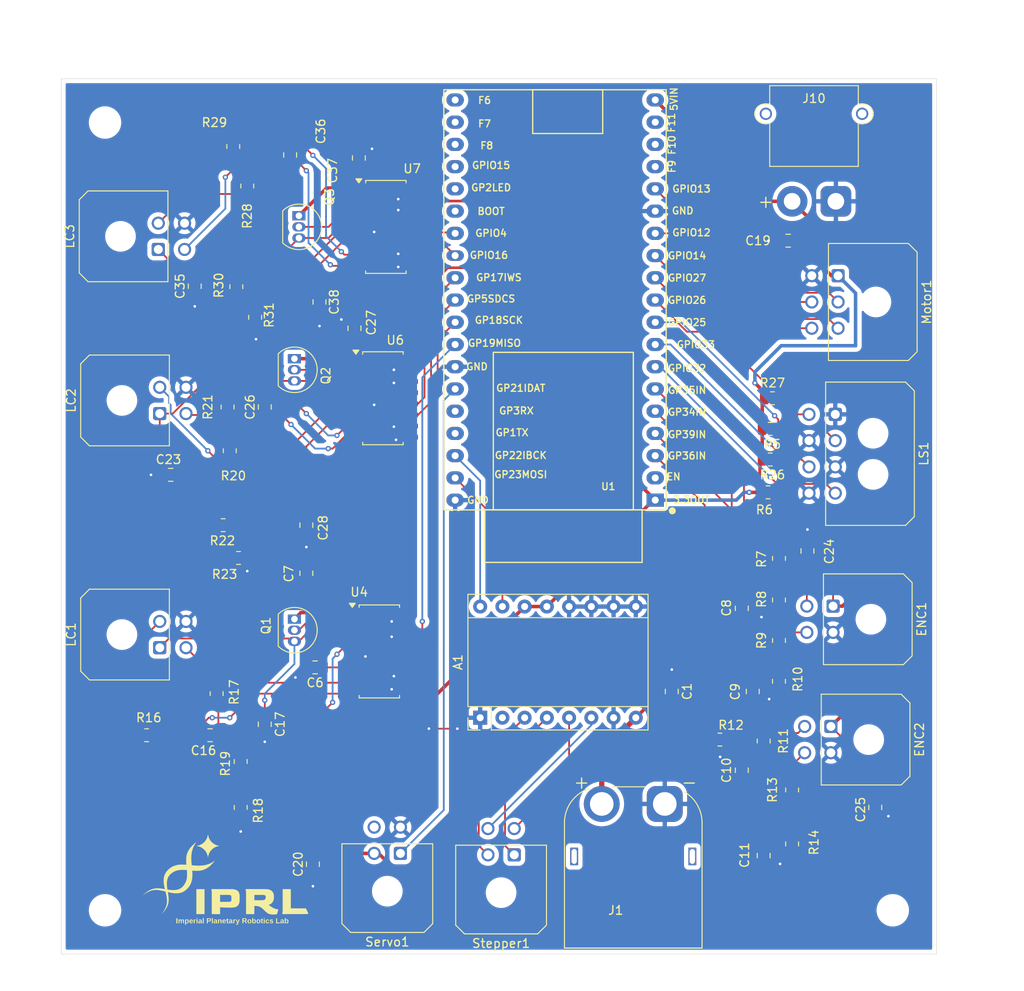
<source format=kicad_pcb>
(kicad_pcb (version 20241229) (generator "pcbnew") (generator_version "9.0")
  (layers (0 "F.Cu" signal) (2 "B.Cu" signal) (13 "F.Paste" user) (15 "B.Paste" user) (5 "F.SilkS" user "F.Silkscreen") (7 "B.SilkS" user "B.Silkscreen") (1 "F.Mask" user) (3 "B.Mask" user) (25 "Edge.Cuts" user))
  (net 0 "")
  (net 1 "+3.3V")
  (net 2 "GND")
  (net 3 "/Dir1")
  (net 4 "Net-(A1-B1)")
  (net 6 "Net-(A1-A2)")
  (net 7 "/Step1")
  (net 8 "+12V")
  (net 9 "Net-(A1-B2)")
  (net 10 "Net-(A1-A1)")
  (net 11 "Net-(U4-VBG)")
  (net 12 "/ENC1A")
  (net 13 "/ENC1B")
  (net 14 "/ENC2A")
  (net 15 "/ENC2B")
  (net 16 "+5P")
  (net 17 "Net-(U4-INA-)")
  (net 18 "Net-(U4-INA+)")
  (net 19 "Net-(Q1-C)")
  (net 20 "Net-(Q2-C)")
  (net 21 "Net-(U6-INA-)")
  (net 22 "Net-(U6-INA+)")
  (net 23 "Net-(U6-VBG)")
  (net 24 "Net-(Q3-C)")
  (net 25 "Net-(U7-INA-)")
  (net 26 "Net-(U7-INA+)")
  (net 27 "Net-(U7-VBG)")
  (net 28 "/Servo1")
  (net 29 "/LS4")
  (net 30 "/LS1")
  (net 31 "/LS2")
  (net 32 "/M1IB")
  (net 33 "/M2IA")
  (net 34 "/M2IB")
  (net 35 "/M1IA")
  (net 36 "/LS3")
  (net 37 "Net-(Q1-B)")
  (net 38 "Net-(Q2-B)")
  (net 39 "Net-(Q3-B)")
  (net 40 "Net-(U4-VFB)")
  (net 41 "Net-(U6-VFB)")
  (net 42 "Net-(U7-VFB)")
  (net 43 "/LC3CLK")
  (net 47 "/LC1CLK")
  (net 50 "/LC3DT")
  (net 51 "/LC2CLK")
  (net 52 "/LC2DT")
  (net 53 "/LC1DT")
  (net 64 "Net-(ENC1-Pad4)")
  (net 65 "Net-(ENC1-Pad3)")
  (net 66 "Net-(ENC2-Pad3)")
  (net 67 "Net-(ENC2-Pad4)")
  (net 68 "Net-(LC1-Pad3)")
  (net 69 "Net-(LC1-Pad2)")
  (net 70 "Net-(LC2-Pad2)")
  (net 71 "Net-(LC2-Pad3)")
  (net 72 "Net-(LC3-Pad2)")
  (net 73 "Net-(LC3-Pad3)")
  (footprint "Resistor_SMD:R_0805_2012Metric" (layer "F.Cu") (at 125.25 125.5 180)
    (property "Reference" "R12")
    (property "Value" "3K3")
  )
  (footprint "Capacitor_SMD:C_0805_2012Metric" (layer "F.Cu") (at 76.15 58.7 90)
    (property "Reference" "C36")
    (property "Value" "0.1uF")
  )
  (footprint "Resistor_SMD:R_0805_2012Metric" (layer "F.Cu") (at 67.75 120.25 -90)
    (property "Reference" "R17")
    (property "Value" "100")
  )
  (footprint "Capacitor_SMD:C_0805_2012Metric" (layer "F.Cu") (at 78 106.5 -90)
    (property "Reference" "C7")
    (property "Value" "10uF")
  )
  (footprint "Resistor_SMD:R_0805_2012Metric" (layer "F.Cu") (at 59.75 125)
    (property "Reference" "R16")
    (property "Value" "100")
  )
  (footprint "Resistor_SMD:R_0805_2012Metric" (layer "F.Cu") (at 131 90)
    (property "Reference" "R5")
    (property "Value" "10k")
  )
  (footprint "Capacitor_SMD:C_0805_2012Metric" (layer "F.Cu") (at 73.25 87.5 90)
    (property "Reference" "C26")
    (property "Value" "0.1uF")
  )
  (footprint "Resistor_SMD:R_0805_2012Metric" (layer "F.Cu") (at 72.15 77.25 -90)
    (property "Reference" "R31")
    (property "Value" "470")
  )
  (footprint "Resistor_SMD:R_0805_2012Metric" (layer "F.Cu") (at 70 73.75 -90)
    (property "Reference" "R30")
    (property "Value" "220")
  )
  (footprint "Connector_Molex:Molex_Micro-Fit_3.0_43045-0600_2x03_P3.00mm_Horizontal" (layer "F.Cu") (at 138.75 72.5 -90)
    (property "Reference" "Motor1")
    (property "Value" "Conn_02x03_Top_Bottom")
  )
  (footprint "MountingHole:MountingHole_3.2mm_M3" (layer "F.Cu") (at 55 145)
    (property "Reference" "H1" (hide yes))
    (property "Value" "MountingHole")
  )
  (footprint "Capacitor_SMD:C_0805_2012Metric" (layer "F.Cu") (at 79 117.25 180)
    (property "Reference" "C6")
    (property "Value" "0.1u")
  )
  (footprint "Package_TO_SOT_THT:TO-92_Inline" (layer "F.Cu") (at 76.64 111.73 -90)
    (property "Reference" "Q1")
    (property "Value" "S8550")
  )
  (footprint "Connector_AMASS:AMASS_XT60PW-M_1x02_P7.20mm_Horizontal" (layer "F.Cu") (at 118.95 132.85 180)
    (property "Reference" "J1")
    (property "Value" "Conn_01x02")
  )
  (footprint "Connector_Molex:Molex_Micro-Fit_3.0_43045-0400_2x02_P3.00mm_Horizontal" (layer "F.Cu") (at 137.93 124 -90)
    (property "Reference" "ENC2")
    (property "Value" "Conn_01x04")
  )
  (footprint "Connector_Molex:Molex_Micro-Fit_3.0_43045-0400_2x02_P3.00mm_Horizontal" (layer "F.Cu") (at 61.25 115 90)
    (property "Reference" "LC1")
    (property "Value" "Conn_01x04")
  )
  (footprint "Connector_Molex:Molex_Micro-Fit_3.0_43045-0400_2x02_P3.00mm_Horizontal" (layer "F.Cu") (at 101.75 138.665 180)
    (property "Reference" "Stepper1")
    (property "Value" "Conn_01x04")
  )
  (footprint "Resistor_SMD:R_0805_2012Metric" (layer "F.Cu") (at 130.75 97.25)
    (property "Reference" "R6")
    (property "Value" "10k")
  )
  (footprint "Connector_Molex:Molex_Micro-Fit_3.0_43045-0400_2x02_P3.00mm_Horizontal" (layer "F.Cu") (at 61.25 88.25 90)
    (property "Reference" "LC2")
    (property "Value" "Conn_01x04")
  )
  (footprint "Capacitor_SMD:C_0805_2012Metric" (layer "F.Cu") (at 62.5 95.25)
    (property "Reference" "C23")
    (property "Value" "10uF")
  )
  (footprint "Package_SO:SOP-16_4.4x10.4mm_P1.27mm" (layer "F.Cu") (at 86.3375 115.425)
    (property "Reference" "U4")
    (property "Value" "HX711")
  )
  (footprint "Z:Z_ESP32_DevKitC_38pin_socket" (layer "F.Cu") (at 117.86 98.14 180)
    (property "Reference" "U1")
    (property "Value" "~")
  )
  (footprint "Resistor_SMD:R_0805_2012Metric" (layer "F.Cu") (at 133.5 131.25 -90)
    (property "Reference" "R13")
    (property "Value" "1K7")
  )
  (footprint "Capacitor_SMD:C_0805_2012Metric" (layer "F.Cu") (at 79.5 75.5 -90)
    (property "Reference" "C38")
    (property "Value" "0.1u")
  )
  (footprint "Capacitor_SMD:C_0805_2012Metric" (layer "F.Cu") (at 143 133.25 90)
    (property "Reference" "C25")
    (property "Value" "10uF")
  )
  (footprint "Capacitor_SMD:C_0805_2012Metric" (layer "F.Cu") (at 127.75 129 -90)
    (property "Reference" "C10")
    (property "Value" "10n")
  )
  (footprint "Capacitor_SMD:C_0805_2012Metric" (layer "F.Cu") (at 127.75 110.5 -90)
    (property "Reference" "C8")
    (property "Value" "10n")
  )
  (footprint "Resistor_SMD:R_0805_2012Metric" (layer "F.Cu") (at 69.65 57.7375 90)
    (property "Reference" "R29")
    (property "Value" "100")
  )
  (footprint "Resistor_SMD:R_0805_2012Metric" (layer "F.Cu") (at 69.25 92.5 90)
    (property "Reference" "R20")
    (property "Value" "100")
  )
  (footprint "Resistor_SMD:R_0805_2012Metric" (layer "F.Cu") (at 131 93.5)
    (property "Reference" "R26")
    (property "Value" "10k")
  )
  (footprint "Capacitor_SMD:C_0805_2012Metric" (layer "F.Cu") (at 129 120 -90)
    (property "Reference" "C9")
    (property "Value" "10n")
  )
  (footprint "Resistor_SMD:R_0805_2012Metric" (layer "F.Cu") (at 131.25 86.5)
    (property "Reference" "R27")
    (property "Value" "10k")
  )
  (footprint "footprints:IPRL_19mm" (layer "F.Cu") (at 68.75 141.5)
    (property "Reference" "G***" (hide yes))
    (property "Value" "LOGO" (hide yes))
  )
  (footprint "Package_TO_SOT_THT:TO-92_Inline" (layer "F.Cu") (at 77.15 65.65 -90)
    (property "Reference" "Q3")
    (property "Value" "S8550")
  )
  (footprint "Resistor_SMD:R_0805_2012Metric" (layer "F.Cu") (at 68.5 101)
    (property "Reference" "R22")
    (property "Value" "220")
  )
  (footprint "Connector_Molex:Molex_Micro-Fit_3.0_43045-0400_2x02_P3.00mm_Horizontal" (layer "F.Cu") (at 138.18 110.25 -90)
    (property "Reference" "ENC1")
    (property "Value" "Conn_01x04")
  )
  (footprint "Capacitor_SMD:C_0805_2012Metric" (layer "F.Cu") (at 78.75 139.735 90)
    (property "Reference" "C20")
    (property "Value" "10uF")
  )
  (footprint "Capacitor_SMD:C_0805_2012Metric" (layer "F.Cu") (at 84 59.05 -90)
    (property "Reference" "C37")
    (property "Value" "10uF")
  )
  (footprint "Connector_Molex:Molex_Micro-Fit_3.0_43045-0400_2x02_P3.00mm_Horizontal" (layer "F.Cu") (at 88.75 138.5 180)
    (property "Reference" "Servo1")
    (property "Value" "Conn_01x03")
  )
  (footprint "Capacitor_SMD:C_0805_2012Metric" (layer "F.Cu") (at 73.25 123.75 90)
    (property "Reference" "C17")
    (property "Value" "10uF")
  )
  (footprint "Resistor_SMD:R_0805_2012Metric" (layer "F.Cu") (at 71.25 62.25 90)
    (property "Reference" "R28")
    (property "Value" "100")
  )
  (footprint "Connector_Molex:Molex_Micro-Fit_3.0_43045-0800_2x04_P3.00mm_Horizontal" (layer "F.Cu") (at 138.43 88.34 -90)
    (property "Reference" "LS1")
    (property "Value" "Conn_01x08")
  )
  (footprint "Package_SO:SOP-16_4.4x10.4mm_P1.27mm" (layer "F.Cu") (at 87.0875 66.925)
    (property "Reference" "U7")
    (property "Value" "HX711")
  )
  (footprint "Module:Pololu_Breakout-16_15.2x20.3mm" (layer "F.Cu") (at 97.86 123 90)
    (property "Reference" "A1")
    (property "Value" "Pololu_Breakout_DRV8825" (hide yes))
  )
  (footprint "Package_TO_SOT_THT:TO-92_Inline" (layer "F.Cu") (at 76.64 81.98 -90)
    (property "Reference" "Q2")
    (property "Value" "S8550")
  )
  (footprint "Connector_AMASS:AMASS_XT30PW-M_1x02_P2.50mm_Horizontal" (layer "F.Cu") (at 138.5 64)
    (property "Reference" "J10")
    (property "Value" "Conn_01x02" (hide yes))
  )
  (footprint "Capacitor_SMD:C_0805_2012Metric" (layer "F.Cu") (at 119.75 120 90)
    (property "Reference" "C1")
    (property "Value" "100uF")
  )
  (footprint "Package_SO:SOP-16_4.4x10.4mm_P1.27mm" (layer "F.Cu") (at 86.75 86.5)
    (property "Reference" "U6")
    (property "Value" "HX711")
  )
  (footprint "Resistor_SMD:R_0805_2012Metric" (layer "F.Cu") (at 70.25 104.75)
    (property "Reference" "R23")
    (property "Value" "470")
  )
  (footprint "Resistor_SMD:R_0805_2012Metric" (layer "F.Cu") (at 69 87.5 90)
    (property "Reference" "R21")
    (property "Value" "100")
  )
  (footprint "Resistor_SMD:R_0805_2012Metric" (layer "F.Cu") (at 70.5 128 -90)
    (property "Reference" "R19")
    (property "Value" "220")
  )
  (footprint "Resistor_SMD:R_0805_2012Metric" (layer "F.Cu") (at 132 104.8 -90)
    (property "Reference" "R7")
    (property "Value" "1K7")
  )
  (footprint "Resistor_SMD:R_0805_2012Metric" (layer "F.Cu") (at 133.5 137.4125 -90)
    (property "Reference" "R14")
    (property "Value" "3K3")
  )
  (footprint "Capacitor_SMD:C_0805_2012Metric" (layer "F.Cu") (at 135.25 103.95 -90)
    (property "Reference" "C24")
    (property "Value" "10uF")
  )
  (footprint "Capacitor_SMD:C_0805_2012Metric" (layer "F.Cu") (at 130.25 138.75 -90)
    (property "Reference" "C11")
    (property "Value" "10n")
  )
  (footprint "Capacitor_SMD:C_0805_2012Metric" (layer "F.Cu") (at 83.5 78.5 -90)
    (property "Reference" "C27")
    (property "Value" "10uF")
  )
  (footprint "Connector_Molex:Molex_Micro-Fit_3.0_43045-0400_2x02_P3.00mm_Horizontal" (layer "F.Cu") (at 61.085 69.5 90)
    (property "Reference" "LC3")
    (property "Value" "Conn_01x04")
  )
  (footprint "Capacitor_SMD:C_0805_2012Metric" (layer "F.Cu") (at 133.05 68.5)
    (property "Reference" "C19")
    (property "Value" "10uF")
  )
  (footprint "Resistor_SMD:R_0805_2012Metric" (layer "F.Cu") (at 132 118.8375 -90)
    (property "Reference" "R10")
    (property "Value" "3K3")
  )
  (footprint "MountingHole:MountingHole_3.2mm_M3" (layer "F.Cu") (at 55 55)
    (property "Reference" "H3" (hide yes))
    (property "Value" "MountingHole")
  )
  (footprint "MountingHole:MountingHole_3.2mm_M3" (layer "F.Cu") (at 145 145)
    (property "Reference" "H2" (hide yes))
    (property "Value" "MountingHole")
  )
  (footprint "Resistor_SMD:R_0805_2012Metric" (layer "F.Cu") (at 70.5 133.25 -90)
    (property "Reference" "R18")
    (property "Value" "470")
  )
  (footprint "Resistor_SMD:R_0805_2012Metric" (layer "F.Cu") (at 130.25 125.6625 -90)
    (property "Reference" "R11")
    (property "Value" "1K7")
  )
  (footprint "Capacitor_SMD:C_0805_2012Metric" (layer "F.Cu") (at 78 101 -90)
    (property "Reference" "C28")
    (property "Value" "0.1u")
  )
  (footprint "Capacitor_SMD:C_0805_2012Metric" (layer "F.Cu") (at 65.25 73.7 90)
    (property "Reference" "C35")
    (property "Value" "10uF")
  )
  (footprint "Resistor_SMD:R_0805_2012Metric" (layer "F.Cu") (at 132 109.55 -90)
    (property "Reference" "R8")
    (property "Value" "3K3")
  )
  (footprint "Resistor_SMD:R_0805_2012Metric" (layer "F.Cu") (at 132 114.175 -90)
    (property "Reference" "R9")
    (property "Value" "1K7")
  )
  (footprint "Capacitor_SMD:C_0805_2012Metric" (layer "F.Cu") (at 67 125)
    (property "Reference" "C16")
    (property "Value" "0.1uF")
  )
  (gr_rect (start 50 50) (end 150 150) (stroke (width 0.05)) (fill no) (layer "Edge.Cuts"))
  (segment (start 84 60) (end 84 62.48) (width 0.4) (layer "F.Cu") (net 1))
  (segment (start 138.000001 72.5) (end 134 68.5) (width 0.4) (layer "F.Cu") (net 1))
  (segment (start 108.5 66.75) (end 105.719 63.969) (width 0.4) (layer "F.Cu") (net 1))
  (segment (start 79.72 107.45) (end 83.25 110.98) (width 0.4) (layer "F.Cu") (net 1))
  (segment (start 130.0875 86.75) (end 130.3375 86.5) (width 0.4) (layer "F.Cu") (net 1))
  (segment (start 105.48 110.3) (end 102.94 110.3) (width 0.4) (layer "F.Cu") (net 1))
  (segment (start 85.25 82.055) (end 86.555 80.75) (width 0.4) (layer "F.Cu") (net 1))
  (segment (start 83.6625 82.055) (end 85.25 82.055) (width 0.4) (layer "F.Cu") (net 1))
  (segment (start 84 62.48) (end 90.175 62.48) (width 0.4) (layer "F.Cu") (net 1))
  (segment (start 76.64 111.73) (end 77.39 110.98) (width 0.4) (layer "F.Cu") (net 1))
  (segment (start 86.555 81.055) (end 87.555 82.055) (width 0.4) (layer "F.Cu") (net 1))
  (segment (start 86.739501 110.98) (end 89.425 110.98) (width 0.4) (layer "F.Cu") (net 1))
  (segment (start 102.94 110.3) (end 90.99 122.25) (width 0.4) (layer "F.Cu") (net 1))
  (segment (start 105.48 110.3) (end 117.64 98.14) (width 0.4) (layer "F.Cu") (net 1))
  (segment (start 87.25 122.25) (end 85.451 120.451) (width 0.4) (layer "F.Cu") (net 1))
  (segment (start 76.64 81.98) (end 83.5875 81.98) (width 0.4) (layer "F.Cu") (net 1))
  (segment (start 130.3375 85.8375) (end 129.25 84.75) (width 0.4) (layer "F.Cu") (net 1))
  (segment (start 94.161 71.589) (end 100.839 71.589) (width 0.3) (layer "F.Cu") (net 1))
  (segment (start 130.0875 93.5) (end 130.0875 90) (width 0.4) (layer "F.Cu") (net 1))
  (segment (start 108.5 88.78) (end 108.5 79.25) (width 0.4) (layer "F.Cu") (net 1))
  (segment (start 85.451 112.268501) (end 84.162499 110.98) (width 0.4) (layer "F.Cu") (net 1))
  (segment (start 80.32 62.48) (end 84 62.48) (width 0.4) (layer "F.Cu") (net 1))
  (segment (start 92.107912 63.969) (end 90.618912 62.48) (width 0.4) (layer "F.Cu") (net 1))
  (segment (start 108.5 79.25) (end 108.5 66.75) (width 0.4) (layer "F.Cu") (net 1))
  (segment (start 130.3375 86.5) (end 130.3375 85.8375) (width 0.4) (layer "F.Cu") (net 1))
  (segment (start 86.555 79.195) (end 94.161 71.589) (width 0.3) (layer "F.Cu") (net 1))
  (segment (start 85.451 112.268501) (end 86.739501 110.98) (width 0.4) (layer "F.Cu") (net 1))
  (segment (start 129.8375 97.25) (end 128.6 97.25) (width 0.4) (layer "F.Cu") (net 1))
  (segment (start 105.719 63.969) (end 92.107912 63.969) (width 0.3) (layer "F.Cu") (net 1))
  (segment (start 78 107.45) (end 79.72 107.45) (width 0.4) (layer "F.Cu") (net 1))
  (segment (start 83.5 81.8925) (end 83.6625 82.055) (width 0.4) (layer "F.Cu") (net 1))
  (segment (start 138.75 72.5) (end 138.000001 72.5) (width 0.4) (layer "F.Cu") (net 1))
  (segment (start 77.15 65.65) (end 80.32 62.48) (width 0.4) (layer "F.Cu") (net 1))
  (segment (start 85.451 120.451) (end 85.451 112.268501) (width 0.4) (layer "F.Cu") (net 1))
  (segment (start 117.64 98.14) (end 117.86 98.14) (width 0.4) (layer "F.Cu") (net 1))
  (segment (start 100.839 71.589) (end 108.5 79.25) (width 0.4) (layer "F.Cu") (net 1))
  (segment (start 83.5875 81.98) (end 83.6625 82.055) (width 0.4) (layer "F.Cu") (net 1))
  (segment (start 129.8375 97.25) (end 129.8375 93.75) (width 0.4) (layer "F.Cu") (net 1))
  (segment (start 86.555 80.75) (end 86.555 79.195) (width 0.4) (layer "F.Cu") (net 1))
  (segment (start 129.8375 93.75) (end 130.0875 93.5) (width 0.4) (layer "F.Cu") (net 1))
  (segment (start 84.162499 110.98) (end 83.25 110.98) (width 0.4) (layer "F.Cu") (net 1))
  (segment (start 83.5 79.45) (end 83.5 81.8925) (width 0.4) (layer "F.Cu") (net 1))
  (segment (start 130.0875 90) (end 130.0875 86.75) (width 0.4) (layer "F.Cu") (net 1))
  (segment (start 90.618912 62.48) (end 90.175 62.48) (width 0.4) (layer "F.Cu") (net 1))
  (segment (start 117.86 98.14) (end 108.5 88.78) (width 0.4) (layer "F.Cu") (net 1))
  (segment (start 90.99 122.25) (end 87.25 122.25) (width 0.4) (layer "F.Cu") (net 1))
  (segment (start 87.555 82.055) (end 89.8375 82.055) (width 0.4) (layer "F.Cu") (net 1))
  (segment (start 86.555 80.75) (end 86.555 81.055) (width 0.4) (layer "F.Cu") (net 1))
  (segment (start 77.39 110.98) (end 83.25 110.98) (width 0.4) (layer "F.Cu") (net 1))
  (via (at 128.6 97.25) (size 0.6) (drill 0.3) (layers "F.Cu" "B.Cu") (net 1))
  (via (at 129.25 84.75) (size 0.6) (drill 0.3) (layers "F.Cu" "B.Cu") (net 1))
  (segment (start 132.25 80.5) (end 129.25 83.5) (width 0.4) (layer "B.Cu") (net 1))
  (segment (start 138.75 72.5) (end 140.75 74.5) (width 0.4) (layer "B.Cu") (net 1))
  (segment (start 127.11 98.14) (end 117.86 98.14) (width 0.4) (layer "B.Cu") (net 1))
  (segment (start 140.75 74.5) (end 140.75 80.5) (width 0.4) (layer "B.Cu") (net 1))
  (segment (start 140.75 80.5) (end 132.25 80.5) (width 0.4) (layer "B.Cu") (net 1))
  (segment (start 129.25 83.5) (end 129.25 84.75) (width 0.4) (layer "B.Cu") (net 1))
  (segment (start 128.6 97.25) (end 128 97.25) (width 0.4) (layer "B.Cu") (net 1))
  (segment (start 128 97.25) (end 127.11 98.14) (width 0.4) (layer "B.Cu") (net 1))
  (segment (start 85.635 87.135) (end 85.75 87.25) (width 0.2) (layer "F.Cu") (net 2))
  (segment (start 89.425 119.87) (end 87.87 119.87) (width 0.2) (layer "F.Cu") (net 2))
  (segment (start 89.87251 70.1) (end 90.175 70.1) (width 0.2) (layer "F.Cu") (net 2))
  (segment (start 87.87 119.87) (end 87.75 119.75) (width 0.2) (layer "F.Cu") (net 2))
  (segment (start 71.1625 104.75) (end 71.1625 106.1625) (width 0.2) (layer "F.Cu") (net 2))
  (segment (start 70.5 134.1625) (end 70.5 136) (width 0.2) (layer "F.Cu") (net 2))
  (segment (start 127.75 111.45) (end 131.0125 111.45) (width 0.2) (layer "F.Cu") (net 2))
  (segment (start 89.425 113.52) (end 87.98 113.52) (width 0.2) (layer "F.Cu") (net 2))
  (segment (start 84.69 116.06) (end 84.75 116) (width 0.2) (layer "F.Cu") (net 2))
  (segment (start 78.75 140.685) (end 78.75 142.25) (width 0.2) (layer "F.Cu") (net 2))
  (segment (start 88.555 90.945) (end 88.25 91.25) (width 0.2) (layer "F.Cu") (net 2))
  (segment (start 88.52 65.02) (end 88.5 65) (width 0.2) (layer "F.Cu") (net 2))
  (segment (start 135.25 103) (end 135.25 101.5) (width 0.2) (layer "F.Cu") (net 2))
  (segment (start 77.9 117.25) (end 76.75 118.4) (width 0.2) (layer "F.Cu") (net 2))
  (segment (start 90.175 71.37) (end 88.63 71.37) (width 0.2) (layer "F.Cu") (net 2))
  (segment (start 79.5 76.45) (end 79.5 78.25) (width 0.2) (layer "F.Cu") (net 2))
  (segment (start 88.63 71.37) (end 88.5 71.5) (width 0.2) (layer "F.Cu") (net 2))
  (segment (start 83.6625 87.135) (end 85.635 87.135) (width 0.2) (layer "F.Cu") (net 2))
  (segment (start 71.1625 106.1625) (end 71.25 106.25) (width 0.2) (layer "F.Cu") (net 2))
  (segment (start 130.25 139.7) (end 132.125 139.7) (width 0.2) (layer "F.Cu") (net 2))
  (segment (start 90.175 70.1) (end 88.6 70.1) (width 0.2) (layer "F.Cu") (net 2))
  (segment (start 72.15 79.65) (end 72.25 79.75) (width 0.2) (layer "F.Cu") (net 2))
  (segment (start 78.05 117.25) (end 77.9 117.25) (width 0.2) (layer "F.Cu") (net 2))
  (segment (start 87.98 113.52) (end 87.75 113.75) (width 0.2) (layer "F.Cu") (net 2))
  (segment (start 83.5 77.55) (end 82.05 77.55) (width 0.2) (layer "F.Cu") (net 2))
  (segment (start 89.425 118.6) (end 88.35 118.6) (width 0.2) (layer "F.Cu") (net 2))
  (segment (start 85.4 58.1) (end 85.5 58) (width 0.2) (layer "F.Cu") (net 2))
  (segment (start 65.25 74.65) (end 65.25 76) (width 0.2) (layer "F.Cu") (net 2))
  (segment (start 131.0125 111.45) (end 132 110.4625) (width 0.2) (layer "F.Cu") (net 2))
  (segment (start 88.5 63.75) (end 90.175 63.75) (width 0.2) (layer "F.Cu") (net 2))
  (segment (start 88.6 70.1) (end 88.5 70) (width 0.2) (layer "F.Cu") (net 2))
  (segment (start 84 67.56) (end 85.69 67.56) (width 0.2) (layer "F.Cu") (net 2))
  (segment (start 82.05 77.55) (end 82 77.5) (width 0.2) (layer "F.Cu") (net 2))
  (segment (start 73.25 124.7) (end 73.25 125.75) (width 0.2) (layer "F.Cu") (net 2))
  (segment (start 144.45 134.2) (end 144.5 134.25) (width 0.2) (layer "F.Cu") (net 2))
  (segment (start 85.69 67.56) (end 85.75 67.5) (width 0.2) (layer "F.Cu") (net 2))
  (segment (start 88.075 89.675) (end 88 89.75) (width 0.2) (layer "F.Cu") (net 2))
  (segment (start 129 120.95) (end 130.8 120.95) (width 0.2) (layer "F.Cu") (net 2))
  (segment (start 95.25 124.25) (end 92 124.25) (width 0.2) (layer "F.Cu") (net 2))
  (segment (start 78 105.55) (end 78 103.5) (width 0.2) (layer "F.Cu") (net 2))
  (segment (start 88.155 84.595) (end 88 84.75) (width 0.2) (layer "F.Cu") (net 2))
  (segment (start 89.8375 90.945) (end 88.555 90.945) (width 0.2) (layer "F.Cu") (net 2))
  (segment (start 89.8375 84.595) (end 88.155 84.595) (width 0.2) (layer "F.Cu") (net 2))
  (segment (start 89.425 112.25) (end 88 112.25) (width 0.2) (layer "F.Cu") (net 2))
  (segment (start 84 58.1) (end 85.4 58.1) (width 0.2) (layer "F.Cu") (net 2))
  (segment (start 61.55 95.25) (end 60.25 95.25) (width 0.2) (layer "F.Cu") (net 2))
  (segment (start 124.3375 126.5375) (end 124.3375 125.5) (width 0.2) (layer "F.Cu") (net 2))
  (segment (start 130.875 120.875) (end 132 119.75) (width 0.2) (layer "F.Cu") (net 2))
  (segment (start 78 101.95) (end 78 103.5) (width 0.2) (layer "F.Cu") (net 2))
  (segment (start 89.8375 83.325) (end 88.075 83.325) (width 0.2) (layer "F.Cu") (net 2))
  (segment (start 119.75 119.05) (end 119.75 117.5) (width 0.2) (layer "F.Cu") (net 2))
  (segment (start 127.75 129.95) (end 125.275 127.475) (width 0.2) (layer "F.Cu") (net 2))
  (segment (start 88.35 118.6) (end 88 118.25) (width 0.2) (layer "F.Cu") (net 2))
  (segment (start 132.125 139.7) (end 133.5 138.325) (width 0.2) (layer "F.Cu") (net 2))
  (segment (start 88.075 83.325) (end 88 83.25) (width 0.2) (layer "F.Cu") (net 2))
  (segment (start 90.175 65.02) (end 88.52 65.02) (width 0.2) (layer "F.Cu") (net 2))
  (segment (start 83.25 116.06) (end 84.69 116.06) (width 0.2) (layer "F.Cu") (net 2))
  (segment (start 130.8 68.5) (end 132.1 68.5) (width 0.2) (layer "F.Cu") (net 2))
  (segment (start 143 134.2) (end 144.45 134.2) (width 0.2) (layer "F.Cu") (net 2))
  (segment (start 130.8 120.95) (end 130.875 120.875) (width 0.2) (layer "F.Cu") (net 2))
  (segment (start 72.15 78.1625) (end 72.15 79.65) (width 0.2) (layer "F.Cu") (net 2))
  (segment (start 89.8375 89.675) (end 88.075 89.675) (width 0.2) (layer "F.Cu") (net 2))
  (segment (start 125.275 127.475) (end 124.3375 126.5375) (width 0.2) (layer "F.Cu") (net 2))
  (segment (start 88 112.25) (end 87.75 112) (width 0.2) (layer "F.Cu") (net 2))
  (via (at 87.75 119.75) (size 0.6) (drill 0.3) (layers "F.Cu" "B.Cu") (net 2))
  (via (at 82 77.5) (size 0.6) (drill 0.3) (layers "F.Cu" "B.Cu") (net 2))
  (via (at 78.75 142.25) (size 0.6) (drill 0.3) (layers "F.Cu" "B.Cu") (net 2))
  (via (at 88.5 71.5) (size 0.6) (drill 0.3) (layers "F.Cu" "B.Cu") (net 2))
  (via (at 88 118.25) (size 0.6) (drill 0.3) (layers "F.Cu" "B.Cu") (net 2))
  (via (at 88 84.75) (size 0.6) (drill 0.3) (layers "F.Cu" "B.Cu") (net 2))
  (via (at 87.75 112) (size 0.6) (drill 0.3) (layers "F.Cu" "B.Cu") (net 2))
  (via (at 85.75 87.25) (size 0.6) (drill 0.3) (layers "F.Cu" "B.Cu") (net 2))
  (via (at 125.275 127.475) (size 0.6) (drill 0.3) (layers "F.Cu" "B.Cu") (net 2))
  (via (at 130.875 120.875) (size 0.6) (drill 0.3) (layers "F.Cu" "B.Cu") (net 2))
  (via (at 88.5 70) (size 0.6) (drill 0.3) (layers "F.Cu" "B.Cu") (net 2))
  (via (at 85.5 58) (size 0.6) (drill 0.3) (layers "F.Cu" "B.Cu") (net 2))
  (via (at 73.25 125.75) (size 0.6) (drill 0.3) (layers "F.Cu" "B.Cu") (net 2))
  (via (at 84.75 116) (size 0.6) (drill 0.3) (layers "F.Cu" "B.Cu") (net 2))
  (via (at 71.25 106.25) (size 0.6) (drill 0.3) (layers "F.Cu" "B.Cu") (net 2))
  (via (at 130 111.5) (size 0.6) (drill 0.3) (layers "F.Cu" "B.Cu") (net 2))
  (via (at 88 89.75) (size 0.6) (drill 0.3) (layers "F.Cu" "B.Cu") (net 2))
  (via (at 65.25 76) (size 0.6) (drill 0.3) (layers "F.Cu" "B.Cu") (net 2))
  (via (at 70.5 136) (size 0.6) (drill 0.3) (layers "F.Cu" "B.Cu") (net 2))
  (via (at 132.125 139.7) (size 0.6) (drill 0.3) (layers "F.Cu" "B.Cu") (net 2))
  (via (at 87.75 113.75) (size 0.6) (drill 0.3) (layers "F.Cu" "B.Cu") (net 2))
  (via (at 88 83.25) (size 0.6) (drill 0.3) (layers "F.Cu" "B.Cu") (net 2))
  (via (at 76.75 118.4) (size 0.6) (drill 0.3) (layers "F.Cu" "B.Cu") (net 2))
  (via (at 85.75 67.5) (size 0.6) (drill 0.3) (layers "F.Cu" "B.Cu") (net 2))
  (via (at 88.25 91.25) (size 0.6) (drill 0.3) (layers "F.Cu" "B.Cu") (net 2))
  (via (at 119.75 117.5) (size 0.6) (drill 0.3) (layers "F.Cu" "B.Cu") (net 2))
  (via (at 79.5 78.25) (size 0.6) (drill 0.3) (layers "F.Cu" "B.Cu") (net 2))
  (via (at 72.25 79.75) (size 0.6) (drill 0.3) (layers "F.Cu" "B.Cu") (net 2))
  (via (at 60.25 95.25) (size 0.6) (drill 0.3) (layers "F.Cu" "B.Cu") (net 2))
  (via (at 135.25 101.5) (size 0.6) (drill 0.3) (layers "F.Cu" "B.Cu") (net 2))
  (via (at 95.25 124.25) (size 0.6) (drill 0.3) (layers "F.Cu" "B.Cu") (net 2))
  (via (at 78 103.5) (size 0.6) (drill 0.3) (layers "F.Cu" "B.Cu") (net 2))
  (via (at 92 124.25) (size 0.6) (drill 0.3) (layers "F.Cu" "B.Cu") (net 2))
  (via (at 88.5 65) (size 0.6) (drill 0.3) (layers "F.Cu" "B.Cu") (net 2))
  (via (at 144.5 134.25) (size 0.6) (drill 0.3) (layers "F.Cu" "B.Cu") (net 2))
  (via (at 88.5 63.75) (size 0.6) (drill 0.3) (layers "F.Cu" "B.Cu") (net 2))
  (via (at 130.8 68.5) (size 0.6) (drill 0.3) (layers "F.Cu" "B.Cu") (net 2))
  (segment (start 97.86 110.3) (end 97.86 95.92) (width 0.2) (layer "B.Cu") (net 3))
  (segment (start 97.86 95.92) (end 95 93.06) (width 0.2) (layer "B.Cu") (net 3))
  (segment (start 108.02 129.395) (end 108.02 123) (width 0.2) (layer "F.Cu") (net 4))
  (segment (start 101.75 135.665) (end 108.02 129.395) (width 0.2) (layer "F.Cu") (net 4))
  (segment (start 97.699 137.614) (end 97.699 128.241) (width 0.2) (layer "F.Cu") (net 6))
  (segment (start 98.75 138.665) (end 97.699 137.614) (width 0.2) (layer "F.Cu") (net 6))
  (segment (start 97.699 128.241) (end 102.94 123) (width 0.2) (layer "F.Cu") (net 6))
  (segment (start 100.4 101) (end 95 95.6) (width 0.2) (layer "F.Cu") (net 7))
  (segment (start 100.4 110.3) (end 100.4 101) (width 0.2) (layer "F.Cu") (net 7))
  (segment (start 117.69 120.95) (end 115.64 123) (width 0.4) (layer "F.Cu") (net 8))
  (segment (start 111.75 126.89) (end 115.64 123) (width 0.6) (layer "F.Cu") (net 8))
  (segment (start 119.75 120.95) (end 117.69 120.95) (width 0.4) (layer "F.Cu") (net 8))
  (segment (start 111.75 132.85) (end 111.75 126.89) (width 0.6) (layer "F.Cu") (net 8))
  (segment (start 98.75 135.665) (end 110.56 123.855) (width 0.2) (layer "B.Cu") (net 9))
  (segment (start 110.56 123.855) (end 110.56 123) (width 0.2) (layer "B.Cu") (net 9))
  (segment (start 100.699 127.781) (end 105.48 123) (width 0.2) (layer "F.Cu") (net 10))
  (segment (start 100.699 137.614) (end 100.699 127.781) (width 0.2) (layer "F.Cu") (net 10))
  (segment (start 101.75 138.665) (end 100.699 137.614) (width 0.2) (layer "F.Cu") (net 10))
  (segment (start 79.95 117.25) (end 83.17 117.25) (width 0.2) (layer "F.Cu") (net 11))
  (segment (start 83.17 117.25) (end 83.25 117.33) (width 0.2) (layer "F.Cu") (net 11))
  (segment (start 131.0875 109.55) (end 132 108.6375) (width 0.2) (layer "F.Cu") (net 12))
  (segment (start 129.024 102.7365) (end 128.9865 102.7365) (width 0.2) (layer "F.Cu") (net 12))
  (segment (start 128 95.5) (end 117.94 85.44) (width 0.2) (layer "F.Cu") (net 12))
  (segment (start 127.75 109.55) (end 131.0875 109.55) (width 0.2) (layer "F.Cu") (net 12))
  (segment (start 132 105.7125) (end 129.024 102.7365) (width 0.2) (layer "F.Cu") (net 12))
  (segment (start 117.94 85.44) (end 117.86 85.44) (width 0.2) (layer "F.Cu") (net 12))
  (segment (start 128.9865 102.7365) (end 128 101.75) (width 0.2) (layer "F.Cu") (net 12))
  (segment (start 128 101.75) (end 128 95.5) (width 0.2) (layer "F.Cu") (net 12))
  (segment (start 131.9125 108.55) (end 132 108.6375) (width 0.2) (layer "F.Cu") (net 12))
  (segment (start 132 105.7125) (end 132 108.6375) (width 0.2) (layer "F.Cu") (net 12))
  (segment (start 129 119.05) (end 126.599 116.649) (width 0.2) (layer "F.Cu") (net 13))
  (segment (start 132 115.0875) (end 132 117.925) (width 0.2) (layer "F.Cu") (net 13))
  (segment (start 129 119.05) (end 130.875 119.05) (width 0.2) (layer "F.Cu") (net 13))
  (segment (start 130.875 119.05) (end 132 117.925) (width 0.2) (layer "F.Cu") (net 13))
  (segment (start 126.599 96.719) (end 117.86 87.98) (width 0.2) (layer "F.Cu") (net 13))
  (segment (start 126.599 116.649) (end 126.599 96.719) (width 0.2) (layer "F.Cu") (net 13))
  (segment (start 126.1625 98.8225) (end 117.86 90.52) (width 0.2) (layer "F.Cu") (net 14))
  (segment (start 127.75 128.05) (end 127.75 128) (width 0.2) (layer "F.Cu") (net 14))
  (segment (start 127.75 128) (end 126.1625 126.4125) (width 0.2) (layer "F.Cu") (net 14))
  (segment (start 127.75 128.05) (end 128.775 128.05) (width 0.2) (layer "F.Cu") (net 14))
  (segment (start 126.1625 126.4125) (end 126.1625 125.5) (width 0.2) (layer "F.Cu") (net 14))
  (segment (start 128.775 128.05) (end 130.25 126.575) (width 0.2) (layer "F.Cu") (net 14))
  (segment (start 126.1625 125.5) (end 126.1625 98.8225) (width 0.2) (layer "F.Cu") (net 14))
  (segment (start 130.25 137.8) (end 123.524 131.074) (width 0.2) (layer "F.Cu") (net 15))
  (segment (start 123.524 98.724) (end 117.86 93.06) (width 0.2) (layer "F.Cu") (net 15))
  (segment (start 130.25 137.8) (end 132.2 137.8) (width 0.2) (layer "F.Cu") (net 15))
  (segment (start 133.5 136.5) (end 133.5 132.1625) (width 0.2) (layer "F.Cu") (net 15))
  (segment (start 132.2 137.8) (end 133.5 136.5) (width 0.2) (layer "F.Cu") (net 15))
  (segment (start 123.524 131.074) (end 123.524 98.724) (width 0.2) (layer "F.Cu") (net 15))
  (segment (start 79.035 138.5) (end 78.75 138.785) (width 0.4) (layer "F.Cu") (net 16))
  (segment (start 143 129.07) (end 137.93 124) (width 0.2) (layer "F.Cu") (net 16))
  (segment (start 146.25 120.25) (end 144.5 122) (width 0.4) (layer "F.Cu") (net 16))
  (segment (start 146.25 120.25) (end 146.25 135) (width 0.4) (layer "F.Cu") (net 16))
  (segment (start 133.5 64) (end 129.44 64) (width 0.4) (layer "F.Cu") (net 16))
  (segment (start 143 132.3) (end 143 129.07) (width 0.2) (layer "F.Cu") (net 16))
  (segment (start 136.25 145) (end 92.75 145) (width 0.4) (layer "F.Cu") (net 16))
  (segment (start 144.5 122) (end 139.93 122) (width 0.4) (layer "F.Cu") (net 16))
  (segment (start 139.25 110.25) (end 146.25 103.25) (width 0.4) (layer "F.Cu") (net 16))
  (segment (start 146.25 135) (end 136.25 145) (width 0.4) (layer "F.Cu") (net 16))
  (segment (start 146.25 70.5) (end 146.25 103.25) (width 0.4) (layer "F.Cu") (net 16))
  (segment (start 139.93 122) (end 137.93 124) (width 0.4) (layer "F.Cu") (net 16))
  (segment (start 129.44 64) (end 117.86 52.42) (width 0.4) (layer "F.Cu") (net 16))
  (segment (start 136.75 67.25) (end 143 67.25) (width 0.4) (layer "F.Cu") (net 16))
  (segment (start 133.5 64) (end 136.75 67.25) (width 0.4) (layer "F.Cu") (net 16))
  (segment (start 146.25 103.25) (end 146.25 120.25) (width 0.4) (layer "F.Cu") (net 16))
  (segment (start 135.25 104.9) (end 138.18 107.83) (width 0.2) (layer "F.Cu") (net 16))
  (segment (start 85.75 138.5) (end 79.035 138.5) (width 0.4) (layer "F.Cu") (net 16))
  (segment (start 143 67.25) (end 146.25 70.5) (width 0.4) (layer "F.Cu") (net 16))
  (segment (start 86.25 138.5) (end 85.75 138.5) (width 0.4) (layer "F.Cu") (net 16))
  (segment (start 138.18 110.25) (end 139.25 110.25) (width 0.4) (layer "F.Cu") (net 16))
  (segment (start 92.75 145) (end 86.25 138.5) (width 0.4) (layer "F.Cu") (net 16))
  (segment (start 138.18 107.83) (end 138.18 110.25) (width 0.2) (layer "F.Cu") (net 16))
  (segment (start 67.95 125) (end 67.95 121.3625) (width 0.2) (layer "F.Cu") (net 17))
  (segment (start 82.85 119) (end 83.25 118.6) (width 0.2) (layer "F.Cu") (net 17))
  (segment (start 67.75 121.1625) (end 69.9125 119) (width 0.2) (layer "F.Cu") (net 17))
  (segment (start 67.95 121.3625) (end 67.75 121.1625) (width 0.2) (layer "F.Cu") (net 17))
  (segment (start 69.9125 119) (end 82.85 119) (width 0.2) (layer "F.Cu") (net 17))
  (segment (start 66.05 123.8) (end 66.05 125) (width 0.2) (layer "F.Cu") (net 18))
  (segment (start 82.87 120.25) (end 72 120.25) (width 0.2) (layer "F.Cu") (net 18))
  (segment (start 72 120.25) (end 69.25 123) (width 0.2) (layer "F.Cu") (net 18))
  (segment (start 66.05 123.8) (end 66.85 123) (width 0.2) (layer "F.Cu") (net 18))
  (segment (start 60.6625 125) (end 66.05 125) (width 0.2) (layer "F.Cu") (net 18))
  (segment (start 83.25 119.87) (end 82.87 120.25) (width 0.2) (layer "F.Cu") (net 18))
  (segment (start 66.85 123) (end 67.25 123) (width 0.2) (layer "F.Cu") (net 18))
  (via (at 69.25 123) (size 0.6) (drill 0.3) (layers "F.Cu" "B.Cu") (net 18))
  (via (at 67.25 123) (size 0.6) (drill 0.3) (layers "F.Cu" "B.Cu") (net 18))
  (segment (start 69.25 123) (end 67.25 123) (width 0.2) (layer "B.Cu") (net 18))
  (segment (start 62.301 113.949) (end 61.25 115) (width 0.2) (layer "F.Cu") (net 19))
  (segment (start 76.64 114.27) (end 77.14 114.27) (width 0.2) (layer "F.Cu") (net 19))
  (segment (start 70.5 127.0875) (end 70.5 125.55) (width 0.2) (layer "F.Cu") (net 19))
  (segment (start 76.319 113.949) (end 62.301 113.949) (width 0.2) (layer "F.Cu") (net 19))
  (segment (start 73.25 122.8) (end 73.25 121) (width 0.2) (layer "F.Cu") (net 19))
  (segment (start 70.5 125.55) (end 73.25 122.8) (width 0.2) (layer "F.Cu") (net 19))
  (segment (start 77.14 114.27) (end 77.89 113.52) (width 0.2) (layer "F.Cu") (net 19))
  (segment (start 76.64 114.27) (end 76.319 113.949) (width 0.2) (layer "F.Cu") (net 19))
  (segment (start 77.89 113.52) (end 83.25 113.52) (width 0.2) (layer "F.Cu") (net 19))
  (via (at 73.25 121) (size 0.6) (drill 0.3) (layers "F.Cu" "B.Cu") (net 19))
  (segment (start 73.25 120.25) (end 76.64 116.86) (width 0.2) (layer "B.Cu") (net 19))
  (segment (start 76.64 116.86) (end 76.64 114.27) (width 0.2) (layer "B.Cu") (net 19))
  (segment (start 73.25 121) (end 73.25 120.25) (width 0.2) (layer "B.Cu") (net 19))
  (segment (start 76.64 84.52) (end 83.5875 84.52) (width 0.2) (layer "F.Cu") (net 20))
  (segment (start 61.25 93.05) (end 63.45 95.25) (width 0.2) (layer "F.Cu") (net 20))
  (segment (start 66.466339 84.52) (end 76.64 84.52) (width 0.2) (layer "F.Cu") (net 20))
  (segment (start 83.5875 84.52) (end 83.6625 84.595) (width 0.2) (layer "F.Cu") (net 20))
  (segment (start 62.736339 88.25) (end 66.466339 84.52) (width 0.2) (layer "F.Cu") (net 20))
  (segment (start 67.5875 99.5875) (end 67.5875 101) (width 0.2) (layer "F.Cu") (net 20))
  (segment (start 63.45 95.25) (end 63.45 95.45) (width 0.2) (layer "F.Cu") (net 20))
  (segment (start 63.45 95.45) (end 67.5875 99.5875) (width 0.2) (layer "F.Cu") (net 20))
  (segment (start 61.25 88.25) (end 62.736339 88.25) (width 0.2) (layer "F.Cu") (net 20))
  (segment (start 61.25 88.25) (end 61.25 93.05) (width 0.2) (layer "F.Cu") (net 20))
  (segment (start 73.25 86.55) (end 76.3 86.55) (width 0.2) (layer "F.Cu") (net 21))
  (segment (start 81.5 90.75) (end 82.575 89.675) (width 0.2) (layer "F.Cu") (net 21))
  (segment (start 82.575 89.675) (end 83.6625 89.675) (width 0.2) (layer "F.Cu") (net 21))
  (segment (start 69 86.5875) (end 73.2125 86.5875) (width 0.2) (layer "F.Cu") (net 21))
  (segment (start 73.2125 86.5875) (end 73.25 86.55) (width 0.2) (layer "F.Cu") (net 21))
  (segment (start 76.3 86.55) (end 78 88.25) (width 0.2) (layer "F.Cu") (net 21))
  (via (at 81.5 90.75) (size 0.6) (drill 0.3) (layers "F.Cu" "B.Cu") (net 21))
  (via (at 78 88.25) (size 0.6) (drill 0.3) (layers "F.Cu" "B.Cu") (net 21))
  (segment (start 80.5 90.75) (end 81.5 90.75) (width 0.2) (layer "B.Cu") (net 21))
  (segment (start 78 88.25) (end 80.5 90.75) (width 0.2) (layer "B.Cu") (net 21))
  (segment (start 69.25 91.5875) (end 70.1125 91.5875) (width 0.2) (layer "F.Cu") (net 22))
  (segment (start 73.25 88.45) (end 75.2 88.45) (width 0.2) (layer "F.Cu") (net 22))
  (segment (start 81 92.25) (end 82.305 90.945) (width 0.2) (layer "F.Cu") (net 22))
  (segment (start 70.1125 91.5875) (end 73.25 88.45) (width 0.2) (layer "F.Cu") (net 22))
  (segment (start 75.2 88.45) (end 76.25 89.5) (width 0.2) (layer "F.Cu") (net 22))
  (segment (start 82.305 90.945) (end 83.6625 90.945) (width 0.2) (layer "F.Cu") (net 22))
  (segment (start 80.5 92.25) (end 81 92.25) (width 0.2) (layer "F.Cu") (net 22))
  (via (at 80.5 92.25) (size 0.6) (drill 0.3) (layers "F.Cu" "B.Cu") (net 22))
  (via (at 76.25 89.5) (size 0.6) (drill 0.3) (layers "F.Cu" "B.Cu") (net 22))
  (segment (start 76.25 89.5) (end 79 92.25) (width 0.2) (layer "B.Cu") (net 22))
  (segment (start 79 92.25) (end 80.5 92.25) (width 0.2) (layer "B.Cu") (net 22))
  (segment (start 78 100.05) (end 78 92) (width 0.2) (layer "F.Cu") (net 23))
  (segment (start 78 92) (end 81.595 88.405) (width 0.2) (layer "F.Cu") (net 23))
  (segment (start 81.595 88.405) (end 83.6625 88.405) (width 0.2) (layer "F.Cu") (net 23))
  (segment (start 64.335 72.75) (end 61.085 69.5) (width 0.2) (layer "F.Cu") (net 24))
  (segment (start 69.9125 72.75) (end 70 72.8375) (width 0.2) (layer "F.Cu") (net 24))
  (segment (start 72.5025 72.8375) (end 77.15 68.19) (width 0.2) (layer "F.Cu") (net 24))
  (segment (start 80.52751 68.19) (end 83.69751 65.02) (width 0.2) (layer "F.Cu") (net 24))
  (segment (start 70 72.8375) (end 72.5025 72.8375) (width 0.2) (layer "F.Cu") (net 24))
  (segment (start 65.25 72.75) (end 69.9125 72.75) (width 0.2) (layer "F.Cu") (net 24))
  (segment (start 65.25 72.75) (end 64.335 72.75) (width 0.2) (layer "F.Cu") (net 24))
  (segment (start 83.69751 65.02) (end 84 65.02) (width 0.2) (layer "F.Cu") (net 24))
  (segment (start 77.15 68.19) (end 80.52751 68.19) (width 0.2) (layer "F.Cu") (net 24))
  (segment (start 78.75 58.75) (end 77.75 57.75) (width 0.2) (layer "F.Cu") (net 25))
  (segment (start 77.75 57.75) (end 76.15 57.75) (width 0.2) (layer "F.Cu") (net 25))
  (segment (start 69.65 56.825) (end 75.225 56.825) (width 0.2) (layer "F.Cu") (net 25))
  (segment (start 84 70.1) (end 82.35 70.1) (width 0.2) (layer "F.Cu") (net 25))
  (segment (start 82.35 70.1) (end 82 69.75) (width 0.2) (layer "F.Cu") (net 25))
  (segment (start 75.225 56.825) (end 76.15 57.75) (width 0.2) (layer "F.Cu") (net 25))
  (via (at 82 69.75) (size 0.6) (drill 0.3) (layers "F.Cu" "B.Cu") (net 25))
  (via (at 78.75 58.75) (size 0.6) (drill 0.3) (layers "F.Cu" "B.Cu") (net 25))
  (segment (start 82 69.75) (end 80.25 68) (width 0.2) (layer "B.Cu") (net 25))
  (segment (start 80.25 60.25) (end 78.75 58.75) (width 0.2) (layer "B.Cu") (net 25))
  (segment (start 80.25 65.75) (end 80.25 60.25) (width 0.2) (layer "B.Cu") (net 25))
  (segment (start 80.25 68) (end 80.25 65.75) (width 0.2) (layer "B.Cu") (net 25))
  (segment (start 80.75 71.25) (end 80.87 71.37) (width 0.2) (layer "F.Cu") (net 26))
  (segment (start 72.9375 59.65) (end 71.25 61.3375) (width 0.2) (layer "F.Cu") (net 26))
  (segment (start 76.15 59.65) (end 77.15 59.65) (width 0.2) (layer "F.Cu") (net 26))
  (segment (start 76.15 59.65) (end 72.9375 59.65) (width 0.2) (layer "F.Cu") (net 26))
  (segment (start 77.15 59.65) (end 78 60.5) (width 0.2) (layer "F.Cu") (net 26))
  (segment (start 80.87 71.37) (end 84 71.37) (width 0.2) (layer "F.Cu") (net 26))
  (via (at 80.75 71.25) (size 0.6) (drill 0.3) (layers "F.Cu" "B.Cu") (net 26))
  (via (at 78 60.5) (size 0.6) (drill 0.3) (layers "F.Cu" "B.Cu") (net 26))
  (segment (start 78.25 68.75) (end 80.75 71.25) (width 0.2) (layer "B.Cu") (net 26))
  (segment (start 78.25 60.75) (end 78.25 68.75) (width 0.2) (layer "B.Cu") (net 26))
  (segment (start 78 60.5) (end 78.25 60.75) (width 0.2) (layer "B.Cu") (net 26))
  (segment (start 81.92 68.83) (end 84 68.83) (width 0.2) (layer "F.Cu") (net 27))
  (segment (start 79.5 71.25) (end 81.92 68.83) (width 0.2) (layer "F.Cu") (net 27))
  (segment (start 79.5 74.55) (end 79.5 71.25) (width 0.2) (layer "F.Cu") (net 27))
  (segment (start 95 85.44) (end 93.699 86.741) (width 0.2) (layer "B.Cu") (net 28))
  (segment (start 93.699 133.551) (end 88.75 138.5) (width 0.2) (layer "B.Cu") (net 28))
  (segment (start 93.699 86.741) (end 93.699 133.551) (width 0.2) (layer "B.Cu") (net 28))
  (segment (start 134.59 93.5) (end 131.9125 93.5) (width 0.2) (layer "F.Cu") (net 29))
  (segment (start 118.7725 80.36) (end 117.86 80.36) (width 0.2) (layer "F.Cu") (net 29))
  (segment (start 135.43 94.34) (end 134.59 93.5) (width 0.2) (layer "F.Cu") (net 29))
  (segment (start 131.9125 92.6625) (end 131 91.75) (width 0.2) (layer "F.Cu") (net 29))
  (segment (start 131.9125 93.5) (end 131.9125 92.6625) (width 0.2) (layer "F.Cu") (net 29))
  (via (at 131 91.75) (size 0.6) (drill 0.3) (layers "F.Cu" "B.Cu") (net 29))
  (segment (start 131 91.75) (end 119.61 80.36) (width 0.2) (layer "B.Cu") (net 29))
  (segment (start 119.61 80.36) (end 117.86 80.36) (width 0.2) (layer "B.Cu") (net 29))
  (segment (start 131.9125 88.9125) (end 131.5 88.5) (width 0.2) (layer "F.Cu") (net 30))
  (segment (start 131.9125 90) (end 131.9125 88.9125) (width 0.2) (layer "F.Cu") (net 30))
  (segment (start 138.43 91.34) (end 137.09 90) (width 0.2) (layer "F.Cu") (net 30))
  (segment (start 137.09 90) (end 131.9125 90) (width 0.2) (layer "F.Cu") (net 30))
  (via (at 131.5 88.5) (size 0.6) (drill 0.3) (layers "F.Cu" "B.Cu") (net 30))
  (segment (start 131.5 88.5) (end 120.82 77.82) (width 0.2) (layer "B.Cu") (net 30))
  (segment (start 120.82 77.82) (end 117.86 77.82) (width 0.2) (layer "B.Cu") (net 30))
  (segment (start 132.6235 96.289) (end 131.6625 97.25) (width 0.2) (layer "F.Cu") (net 31))
  (segment (start 138.43 97.34) (end 137.379 96.289) (width 0.2) (layer "F.Cu") (net 31))
  (segment (start 131.6625 96.1625) (end 131 95.5) (width 0.2) (layer "F.Cu") (net 31))
  (segment (start 137.379 96.289) (end 132.6235 96.289) (width 0.2) (layer "F.Cu") (net 31))
  (segment (start 131.6625 97.25) (end 131.6625 96.1625) (width 0.2) (layer "F.Cu") (net 31))
  (via (at 131 95.5) (size 0.6) (drill 0.3) (layers "F.Cu" "B.Cu") (net 31))
  (segment (start 118.4 82.9) (end 117.86 82.9) (width 0.2) (layer "B.Cu") (net 31))
  (segment (start 131 95.5) (end 118.4 82.9) (width 0.2) (layer "B.Cu") (net 31))
  (segment (start 125.109 77.449) (end 117.86 70.2) (width 0.2) (layer "F.Cu") (net 32))
  (segment (start 137.699 77.449) (end 125.109 77.449) (width 0.2) (layer "F.Cu") (net 32))
  (segment (start 138.75 78.5) (end 137.699 77.449) (width 0.2) (layer "F.Cu") (net 32))
  (segment (start 135.75 75.5) (end 130 75.5) (width 0.2) (layer "F.Cu") (net 33))
  (segment (start 130 75.5) (end 122.16 67.66) (width 0.2) (layer "F.Cu") (net 33))
  (segment (start 122.16 67.66) (end 117.86 67.66) (width 0.2) (layer "F.Cu") (net 33))
  (segment (start 135.75 78.5) (end 123.62 78.5) (width 0.2) (layer "F.Cu") (net 34))
  (segment (start 123.62 78.5) (end 117.86 72.74) (width 0.2) (layer "F.Cu") (net 34))
  (segment (start 137.699 74.449) (end 129.729 74.449) (width 0.2) (layer "F.Cu") (net 35))
  (segment (start 129.729 74.449) (end 117.86 62.58) (width 0.2) (layer "F.Cu") (net 35))
  (segment (start 138.75 75.5) (end 137.699 74.449) (width 0.2) (layer "F.Cu") (net 35))
  (segment (start 135.43 88.34) (end 134.0025 88.34) (width 0.2) (layer "F.Cu") (net 36))
  (segment (start 124.5635 78.901) (end 121.481 78.901) (width 0.2) (layer "F.Cu") (net 36))
  (segment (start 121.481 78.901) (end 117.86 75.28) (width 0.2) (layer "F.Cu") (net 36))
  (segment (start 132.1625 86.5) (end 124.5635 78.901) (width 0.2) (layer "F.Cu") (net 36))
  (segment (start 134.0025 88.34) (end 132.1625 86.5) (width 0.2) (layer "F.Cu") (net 36))
  (segment (start 77.14 113) (end 77.89 112.25) (width 0.2) (layer "F.Cu") (net 37))
  (segment (start 76.64 113) (end 77.14 113) (width 0.2) (layer "F.Cu") (net 37))
  (segment (start 77.89 112.25) (end 83.25 112.25) (width 0.2) (layer "F.Cu") (net 37))
  (segment (start 76.64 83.25) (end 83.5875 83.25) (width 0.2) (layer "F.Cu") (net 38))
  (segment (start 83.5875 83.25) (end 83.6625 83.325) (width 0.2) (layer "F.Cu") (net 38))
  (segment (start 77.15 66.92) (end 80.52751 66.92) (width 0.2) (layer "F.Cu") (net 39))
  (segment (start 83.69751 63.75) (end 84 63.75) (width 0.2) (layer "F.Cu") (net 39))
  (segment (start 80.52751 66.92) (end 83.69751 63.75) (width 0.2) (layer "F.Cu") (net 39))
  (segment (start 73.3375 128.9125) (end 81 121.25) (width 0.2) (layer "F.Cu") (net 40))
  (segment (start 81.5 115.75) (end 82.46 114.79) (width 0.2) (layer "F.Cu") (net 40))
  (segment (start 82.46 114.79) (end 83.25 114.79) (width 0.2) (layer "F.Cu") (net 40))
  (segment (start 70.5 132.3375) (end 70.5 128.9125) (width 0.2) (layer "F.Cu") (net 40))
  (segment (start 70.5 128.9125) (end 73.3375 128.9125) (width 0.2) (layer "F.Cu") (net 40))
  (via (at 81.5 115.75) (size 0.6) (drill 0.3) (layers "F.Cu" "B.Cu") (net 40))
  (via (at 81 121.25) (size 0.6) (drill 0.3) (layers "F.Cu" "B.Cu") (net 40))
  (segment (start 81 121.25) (end 81 116.25) (width 0.2) (layer "B.Cu") (net 40))
  (segment (start 81 116.25) (end 81.5 115.75) (width 0.2) (layer "B.Cu") (net 40))
  (segment (start 82.385 85.865) (end 83.6625 85.865) (width 0.2) (layer "F.Cu") (net 41))
  (segment (start 69.3375 101.075) (end 69.4125 101) (width 0.2) (layer "F.Cu") (net 41))
  (segment (start 69.4125 101) (end 69.4125 98.8375) (width 0.2) (layer "F.Cu") (net 41))
  (segment (start 69.3375 104.75) (end 69.3375 101.075) (width 0.2) (layer "F.Cu") (net 41))
  (segment (start 69.4125 98.8375) (end 82.385 85.865) (width 0.2) (layer "F.Cu") (net 41))
  (segment (start 72.94711 76.3375) (end 72.15 76.3375) (width 0.2) (layer "F.Cu") (net 42))
  (segment (start 84 66.29) (end 82.99461 66.29) (width 0.2) (layer "F.Cu") (net 42))
  (segment (start 72.15 76.3375) (end 71.675 76.3375) (width 0.2) (layer "F.Cu") (net 42))
  (segment (start 82.99461 66.29) (end 72.94711 76.3375) (width 0.2) (layer "F.Cu") (net 42))
  (segment (start 71.675 76.3375) (end 70 74.6625) (width 0.2) (layer "F.Cu") (net 42))
  (segment (start 93.63 68.83) (end 95 70.2) (width 0.2) (layer "F.Cu") (net 43))
  (segment (start 90.175 68.83) (end 93.63 68.83) (width 0.2) (layer "F.Cu") (net 43))
  (segment (start 93 114.667499) (end 93 79.82) (width 0.2) (layer "F.Cu") (net 47))
  (segment (start 90.337499 117.33) (end 93 114.667499) (width 0.2) (layer "F.Cu") (net 47))
  (segment (start 93 79.82) (end 95 77.82) (width 0.2) (layer "F.Cu") (net 47))
  (segment (start 89.425 117.33) (end 90.337499 117.33) (width 0.2) (layer "F.Cu") (net 47))
  (segment (start 90.175 67.56) (end 94.9 67.56) (width 0.2) (layer "F.Cu") (net 50))
  (segment (start 94.9 67.56) (end 95 67.66) (width 0.2) (layer "F.Cu") (net 50))
  (segment (start 92.25 86.904999) (end 92.25 78.03) (width 0.2) (layer "F.Cu") (net 51))
  (segment (start 92.25 78.03) (end 95 75.28) (width 0.2) (layer "F.Cu") (net 51))
  (segment (start 90.749999 88.405) (end 92.25 86.904999) (width 0.2) (layer "F.Cu") (net 51))
  (segment (start 89.8375 88.405) (end 90.749999 88.405) (width 0.2) (layer "F.Cu") (net 51))
  (segment (start 91.5 86.384999) (end 91.5 76.24) (width 0.2) (layer "F.Cu") (net 52))
  (segment (start 90.749999 87.135) (end 91.5 86.384999) (width 0.2) (layer "F.Cu") (net 52))
  (segment (start 91.5 76.24) (end 95 72.74) (width 0.2) (layer "F.Cu") (net 52))
  (segment (start 89.8375 87.135) (end 90.749999 87.135) (width 0.2) (layer "F.Cu") (net 52))
  (segment (start 91.25 115.147499) (end 91.25 112) (width 0.2) (layer "F.Cu") (net 53))
  (segment (start 90.337499 116.06) (end 91.25 115.147499) (width 0.2) (layer "F.Cu") (net 53))
  (segment (start 89.425 116.06) (end 90.337499 116.06) (width 0.2) (layer "F.Cu") (net 53))
  (via (at 91.25 112) (size 0.6) (drill 0.3) (layers "F.Cu" "B.Cu") (net 53))
  (segment (start 91.25 112) (end 91.25 84.11) (width 0.2) (layer "B.Cu") (net 53))
  (segment (start 91.25 84.11) (end 95 80.36) (width 0.2) (layer "B.Cu") (net 53))
  (segment (start 135.18 113.25) (end 132.0125 113.25) (width 0.2) (layer "F.Cu") (net 64))
  (segment (start 132.0125 113.25) (end 132 113.2625) (width 0.2) (layer "F.Cu") (net 64))
  (segment (start 135.18 107.0675) (end 135.18 110.25) (width 0.2) (layer "F.Cu") (net 65))
  (segment (start 132 103.8875) (end 135.18 107.0675) (width 0.2) (layer "F.Cu") (net 65))
  (segment (start 134.18 124.75) (end 134.93 124) (width 0.2) (layer "F.Cu") (net 66))
  (segment (start 130.25 124.75) (end 134.18 124.75) (width 0.2) (layer "F.Cu") (net 66))
  (segment (start 133.5 128.43) (end 134.93 127) (width 0.2) (layer "F.Cu") (net 67))
  (segment (start 133.5 130.3375) (end 133.5 128.43) (width 0.2) (layer "F.Cu") (net 67))
  (segment (start 67.75 119.3375) (end 67.75 118.5) (width 0.2) (layer "F.Cu") (net 68))
  (segment (start 67.75 118.5) (end 64.25 115) (width 0.2) (layer "F.Cu") (net 68))
  (segment (start 61.25 112) (end 58.8375 114.4125) (width 0.2) (layer "F.Cu") (net 69))
  (segment (start 58.8375 114.4125) (end 58.8375 125) (width 0.2) (layer "F.Cu") (net 69))
  (segment (start 69.25 93.4125) (end 67.6625 93.4125) (width 0.2) (layer "F.Cu") (net 70))
  (segment (start 67.6625 93.4125) (end 66.75 92.5) (width 0.2) (layer "F.Cu") (net 70))
  (via (at 66.75 92.5) (size 0.6) (drill 0.3) (layers "F.Cu" "B.Cu") (net 70))
  (segment (start 62.5 88.25) (end 62.5 87.25) (width 0.2) (layer "B.Cu") (net 70))
  (segment (start 62.5 87.25) (end 62.301 87.051) (width 0.2) (layer "B.Cu") (net 70))
  (segment (start 66.75 92.5) (end 62.5 88.25) (width 0.2) (layer "B.Cu") (net 70))
  (segment (start 62.301 86.301) (end 61.25 85.25) (width 0.2) (layer "B.Cu") (net 70))
  (segment (start 62.301 87.051) (end 62.301 86.301) (width 0.2) (layer "B.Cu") (net 70))
  (segment (start 69 88.4125) (end 64.4125 88.4125) (width 0.2) (layer "F.Cu") (net 71))
  (segment (start 64.4125 88.4125) (end 64.25 88.25) (width 0.2) (layer "F.Cu") (net 71))
  (segment (start 61.085 66.5) (end 64.4225 63.1625) (width 0.2) (layer "F.Cu") (net 72))
  (segment (start 64.4225 63.1625) (end 71.25 63.1625) (width 0.2) (layer "F.Cu") (net 72))
  (segment (start 69.65 60.35) (end 68.75 61.25) (width 0.2) (layer "F.Cu") (net 73))
  (segment (start 69.65 58.65) (end 69.65 60.35) (width 0.2) (layer "F.Cu") (net 73))
  (via (at 68.75 61.25) (size 0.6) (drill 0.3) (layers "F.Cu" "B.Cu") (net 73))
  (segment (start 68.75 64.835) (end 64.085 69.5) (width 0.2) (layer "B.Cu") (net 73))
  (segment (start 68.75 61.25) (end 68.75 64.835) (width 0.2) (layer "B.Cu") (net 73))
  (zone (net 2) (net_name "GND") (layer "B.Cu") (connect_pads (clearance 0.5)) (min_thickness 0.25) (fill yes (thermal_gap 0.5) (thermal_bridge_width 0.5))
    (polygon (pts (xy 43 41) (xy 159.75 41.75) (xy 160 154.25) (xy 43.25 153.5)))
  )
)
</source>
